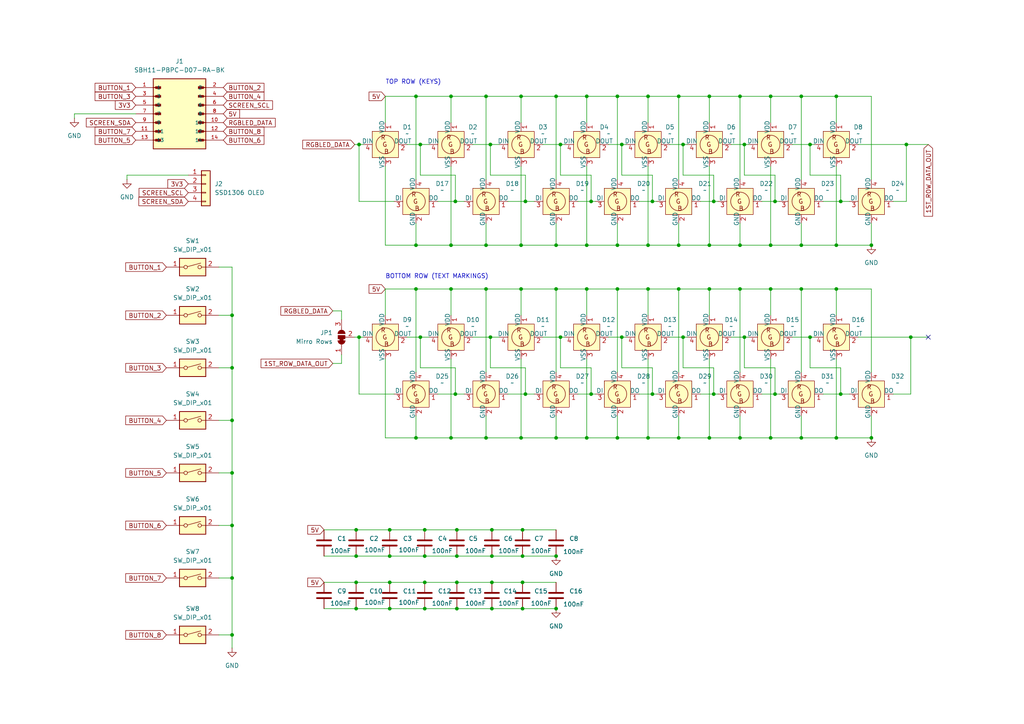
<source format=kicad_sch>
(kicad_sch (version 20250114) (generator "eeschema") (generator_version "9.0")
  (paper "A4")
  (title_block (title "jSmart Keypad for gScartSW v5.2") (date "2025-04-15") (rev "1.0") (company "Jeff Chen"))
  (lib_symbols
    (symbol "Connector_Generic:Conn_01x04" (pin_names (offset 1.016) (hide yes))
      (property "Reference" "J" (at 0 5.08 0))
      (property "Value" "Conn_01x04" (at 0 -7.62 0))
      (symbol "Conn_01x04_1_1"
        (rectangle (start -1.27 3.81) (end 1.27 -6.35) (stroke (width 0.254)) (fill (type background)))
        (rectangle (start -1.27 2.667) (end 0 2.413) (stroke (width 0.1524)))
        (rectangle (start -1.27 0.127) (end 0 -0.127) (stroke (width 0.1524)))
        (rectangle (start -1.27 -2.413) (end 0 -2.667) (stroke (width 0.1524)))
        (rectangle (start -1.27 -4.953) (end 0 -5.207) (stroke (width 0.1524)))
        (pin passive line (at -5.08 2.54 0) (length 3.81) (name "Pin_1") (number "1"))
        (pin passive line (at -5.08 0 0) (length 3.81) (name "Pin_2") (number "2"))
        (pin passive line (at -5.08 -2.54 0) (length 3.81) (name "Pin_3") (number "3"))
        (pin passive line (at -5.08 -5.08 0) (length 3.81) (name "Pin_4") (number "4"))
      )
    )
    (symbol "Device:C" (pin_numbers (hide yes)) (pin_names (offset 0.254))
      (property "Reference" "C" (at 0.635 2.54 0))
      (property "Value" "C" (at 0.635 -2.54 0))
      (symbol "C_0_1"
        (polyline (pts (xy -2.032 0.762) (xy 2.032 0.762)) (stroke (width 0.508)))
        (polyline (pts (xy -2.032 -0.762) (xy 2.032 -0.762)) (stroke (width 0.508)))
      )
      (symbol "C_1_1"
        (pin passive line (at 0 3.81 270) (length 2.794) (name "~") (number "1"))
        (pin passive line (at 0 -3.81 90) (length 2.794) (name "~") (number "2"))
      )
    )
    (symbol "Jumper:SolderJumper_3_Bridged12" (pin_names (offset 0) (hide yes)) (exclude_from_sim yes) (in_bom no)
      (property "Reference" "JP" (at -2.54 -2.54 0))
      (property "Value" "SolderJumper_3_Bridged12" (at 0 2.794 0))
      (symbol "SolderJumper_3_Bridged12_0_1"
        (polyline (pts (xy -2.54 0) (xy -2.032 0)))
        (polyline (pts (xy -1.016 1.016) (xy -1.016 -1.016)))
        (rectangle (start -1.016 0.508) (end -0.508 -0.508) (fill (type outline)))
        (arc (start -1.016 -1.016) (mid -2.0276 0) (end -1.016 1.016))
        (arc (start -1.016 -1.016) (mid -2.0276 0) (end -1.016 1.016) (fill (type outline)))
        (rectangle (start -0.508 1.016) (end 0.508 -1.016) (fill (type outline)))
        (polyline (pts (xy 0 -1.27) (xy 0 -1.016)))
        (arc (start 1.016 1.016) (mid 2.0276 0) (end 1.016 -1.016))
        (arc (start 1.016 1.016) (mid 2.0276 0) (end 1.016 -1.016) (fill (type outline)))
        (polyline (pts (xy 1.016 1.016) (xy 1.016 -1.016)))
        (polyline (pts (xy 2.54 0) (xy 2.032 0)))
      )
      (symbol "SolderJumper_3_Bridged12_1_1"
        (pin passive line (at -5.08 0 0) (length 2.54) (name "A") (number "1"))
        (pin passive line (at 0 -3.81 90) (length 2.54) (name "C") (number "2"))
        (pin passive line (at 5.08 0 180) (length 2.54) (name "B") (number "3"))
      )
    )
    (symbol "Switch:SW_DIP_x01" (pin_names (offset 0) (hide yes))
      (property "Reference" "SW" (at 0 3.81 0))
      (property "Value" "SW_DIP_x01" (at 0 -3.81 0))
      (symbol "SW_DIP_x01_0_0"
        (circle (center -2.032 0) (radius 0.508))
        (polyline (pts (xy -1.524 0.127) (xy 2.3622 1.1684)))
        (circle (center 2.032 0) (radius 0.508))
      )
      (symbol "SW_DIP_x01_0_1"
        (rectangle (start -3.81 2.54) (end 3.81 -2.54) (stroke (width 0.254)) (fill (type background)))
      )
      (symbol "SW_DIP_x01_1_1"
        (pin passive line (at -7.62 0 0) (length 5.08) (name "~") (number "1"))
        (pin passive line (at 7.62 0 180) (length 5.08) (name "~") (number "2"))
      )
    )
    (symbol "jSmartSW:SBH11-PBPC-D07-RA-BK" (pin_names (offset 1.016))
      (property "Reference" "J" (at -7.62 10.922 0))
      (property "Value" "SBH11-PBPC-D07-RA-BK" (at -7.62 -12.7 0))
      (symbol "SBH11-PBPC-D07-RA-BK_0_0"
        (polyline (pts (xy -7.62 7.62) (xy -5.715 7.62)) (stroke (width 0.254)))
        (polyline (pts (xy -7.62 5.08) (xy -5.715 5.08)) (stroke (width 0.254)))
        (polyline (pts (xy -7.62 2.54) (xy -5.715 2.54)) (stroke (width 0.254)))
        (polyline (pts (xy -7.62 0) (xy -5.715 0)) (stroke (width 0.254)))
        (polyline (pts (xy -7.62 -2.54) (xy -5.715 -2.54)) (stroke (width 0.254)))
        (polyline (pts (xy -7.62 -5.08) (xy -5.715 -5.08)) (stroke (width 0.254)))
        (polyline (pts (xy -7.62 -7.62) (xy -5.715 -7.62)) (stroke (width 0.254)))
        (rectangle (start -7.62 -10.16) (end 7.62 10.16) (stroke (width 0.254)) (fill (type background)))
        (rectangle (start -6.985 7.3025) (end -5.3975 7.9375) (stroke (width 0.1)) (fill (type outline)))
        (rectangle (start -6.985 4.7625) (end -5.3975 5.3975) (stroke (width 0.1)) (fill (type outline)))
        (rectangle (start -6.985 2.2225) (end -5.3975 2.8575) (stroke (width 0.1)) (fill (type outline)))
        (rectangle (start -6.985 -0.3175) (end -5.3975 0.3175) (stroke (width 0.1)) (fill (type outline)))
        (rectangle (start -6.985 -2.8575) (end -5.3975 -2.2225) (stroke (width 0.1)) (fill (type outline)))
        (rectangle (start -6.985 -5.3975) (end -5.3975 -4.7625) (stroke (width 0.1)) (fill (type outline)))
        (rectangle (start -6.985 -7.9375) (end -5.3975 -7.3025) (stroke (width 0.1)) (fill (type outline)))
        (rectangle (start 5.3975 7.3025) (end 6.985 7.9375) (stroke (width 0.1)) (fill (type outline)))
        (rectangle (start 5.3975 4.7625) (end 6.985 5.3975) (stroke (width 0.1)) (fill (type outline)))
        (rectangle (start 5.3975 2.2225) (end 6.985 2.8575) (stroke (width 0.1)) (fill (type outline)))
        (rectangle (start 5.3975 -0.3175) (end 6.985 0.3175) (stroke (width 0.1)) (fill (type outline)))
        (rectangle (start 5.3975 -2.8575) (end 6.985 -2.2225) (stroke (width 0.1)) (fill (type outline)))
        (rectangle (start 5.3975 -5.3975) (end 6.985 -4.7625) (stroke (width 0.1)) (fill (type outline)))
        (rectangle (start 5.3975 -7.9375) (end 6.985 -7.3025) (stroke (width 0.1)) (fill (type outline)))
        (polyline (pts (xy 7.62 7.62) (xy 5.715 7.62)) (stroke (width 0.254)))
        (polyline (pts (xy 7.62 5.08) (xy 5.715 5.08)) (stroke (width 0.254)))
        (polyline (pts (xy 7.62 2.54) (xy 5.715 2.54)) (stroke (width 0.254)))
        (polyline (pts (xy 7.62 0) (xy 5.715 0)) (stroke (width 0.254)))
        (polyline (pts (xy 7.62 -2.54) (xy 5.715 -2.54)) (stroke (width 0.254)))
        (polyline (pts (xy 7.62 -5.08) (xy 5.715 -5.08)) (stroke (width 0.254)))
        (polyline (pts (xy 7.62 -7.62) (xy 5.715 -7.62)) (stroke (width 0.254)))
        (pin passive line (at -12.7 7.62 0) (length 5.08) (name "1") (number "1"))
        (pin passive line (at -12.7 5.08 0) (length 5.08) (name "3") (number "3"))
        (pin passive line (at -12.7 2.54 0) (length 5.08) (name "5") (number "5"))
        (pin passive line (at -12.7 0 0) (length 5.08) (name "7") (number "7"))
        (pin passive line (at -12.7 -2.54 0) (length 5.08) (name "9") (number "9"))
        (pin passive line (at -12.7 -5.08 0) (length 5.08) (name "11") (number "11"))
        (pin passive line (at -12.7 -7.62 0) (length 5.08) (name "13") (number "13"))
        (pin passive line (at 12.7 7.62 180) (length 5.08) (name "2") (number "2"))
        (pin passive line (at 12.7 5.08 180) (length 5.08) (name "4") (number "4"))
        (pin passive line (at 12.7 2.54 180) (length 5.08) (name "6") (number "6"))
        (pin passive line (at 12.7 0 180) (length 5.08) (name "8") (number "8"))
        (pin passive line (at 12.7 -2.54 180) (length 5.08) (name "10") (number "10"))
        (pin passive line (at 12.7 -5.08 180) (length 5.08) (name "12") (number "12"))
        (pin passive line (at 12.7 -7.62 180) (length 5.08) (name "14") (number "14"))
      )
    )
    (symbol "jSmartSW:WS2812B_2020_LED" (pin_names (offset 0))
      (property "Reference" "D" (at 0 1.27 0))
      (symbol "WS2812B_2020_LED_0_1"
        (circle (center 6.35 -3.81) (radius 2.6941))
      )
      (symbol "WS2812B_2020_LED_1_0"
        (pin input line (at 0 -3.81 0) (length 2.54) (name "DI") (number "3"))
        (pin power_in line (at 6.35 2.54 270) (length 2.54) (name "VDD") (number "4"))
        (pin power_out line (at 6.35 -10.16 90) (length 2.54) (name "GND") (number "2"))
        (pin output line (at 12.7 -3.81 180) (length 2.54) (name "DO") (number "1"))
      )
      (symbol "WS2812B_2020_LED_1_1"
        (rectangle (start 2.54 0) (end 10.16 -7.62) (fill (type background)))
        (text "R\n G\n  B" (at 5.715 -3.81 0) (effects (font (size 1.27 1.27))))
      )
    )
    (symbol "jSmartSW:WS2812B_LED" (pin_names (offset 0))
      (property "Reference" "D" (at 0 1.27 0))
      (symbol "WS2812B_LED_0_1"
        (circle (center 6.35 -3.81) (radius 2.6941))
      )
      (symbol "WS2812B_LED_1_0"
        (pin input line (at 0 -3.81 0) (length 2.54) (name "DIN") (number "4"))
        (pin power_in line (at 6.35 2.54 270) (length 2.54) (name "VDD") (number "1"))
        (pin power_out line (at 6.35 -10.16 90) (length 2.54) (name "VSS") (number "3"))
        (pin output line (at 12.7 -3.81 180) (length 2.54) (name "DOUT") (number "2"))
      )
      (symbol "WS2812B_LED_1_1"
        (rectangle (start 2.54 0) (end 10.16 -7.62) (fill (type background)))
        (text "R\n G\n  B" (at 5.715 -3.81 0) (effects (font (size 1.27 1.27))))
      )
    )
    (symbol "power:GND" (power) (pin_numbers (hide yes)) (pin_names (offset 0) (hide yes))
      (property "Value" "GND" (at 0 -3.81 0))
      (symbol "GND_0_1"
        (polyline (pts (xy 0 0) (xy 0 -1.27) (xy 1.27 -1.27) (xy 0 -2.54) (xy -1.27 -1.27) (xy 0 -1.27)))
      )
      (symbol "GND_1_1"
        (pin power_in line (at 0 0 270) (length 0) (name "~") (number "1"))
      )
    )
  )
  (text "TOP ROW (KEYS)" (at 119.888 23.876 0) (effects (font (size 1.27 1.27))))
  (text "BOTTOM ROW (TEXT MARKINGS)" (at 126.746 80.264 0) (effects (font (size 1.27 1.27))))
  (junction (at 179.07 71.12))
  (junction (at 132.08 58.42))
  (junction (at 123.19 168.91))
  (junction (at 152.4 58.42))
  (junction (at 130.81 83.82))
  (junction (at 242.57 71.12))
  (junction (at 130.81 71.12))
  (junction (at 179.07 27.94))
  (junction (at 132.5071 161.29))
  (junction (at 171.45 114.3))
  (junction (at 243.84 114.3))
  (junction (at 132.08 114.3))
  (junction (at 252.73 71.12))
  (junction (at 161.29 127))
  (junction (at 207.01 58.42))
  (junction (at 142.6671 176.53))
  (junction (at 151.13 27.94))
  (junction (at 120.65 127))
  (junction (at 196.85 27.94))
  (junction (at 187.96 83.82))
  (junction (at 262.89 41.91))
  (junction (at 120.65 27.94))
  (junction (at 234.95 41.91))
  (junction (at 224.79 114.3))
  (junction (at 223.52 27.94))
  (junction (at 123.19 153.67))
  (junction (at 170.18 27.94))
  (junction (at 142.6671 168.91))
  (junction (at 207.01 114.3))
  (junction (at 120.65 83.82))
  (junction (at 104.14 97.79))
  (junction (at 140.97 71.12))
  (junction (at 224.79 58.42))
  (junction (at 205.74 71.12))
  (junction (at 242.57 83.82))
  (junction (at 180.34 41.91))
  (junction (at 223.52 127))
  (junction (at 113.03 161.29))
  (junction (at 140.97 83.82))
  (junction (at 243.84 58.42))
  (junction (at 242.57 127))
  (junction (at 151.5571 161.29))
  (junction (at 132.5071 153.67))
  (junction (at 67.31 167.64))
  (junction (at 189.23 58.42))
  (junction (at 103.2971 161.29))
  (junction (at 113.03 153.67))
  (junction (at 196.85 71.12))
  (junction (at 242.57 27.94))
  (junction (at 180.34 97.79))
  (junction (at 187.96 27.94))
  (junction (at 151.13 71.12))
  (junction (at 130.81 127))
  (junction (at 162.56 97.79))
  (junction (at 171.45 58.42))
  (junction (at 252.73 127))
  (junction (at 67.31 137.16))
  (junction (at 223.52 83.82))
  (junction (at 142.6671 161.29))
  (junction (at 215.9 41.91))
  (junction (at 232.41 83.82))
  (junction (at 104.14 41.91))
  (junction (at 151.5571 153.67))
  (junction (at 198.12 41.91))
  (junction (at 187.96 71.12))
  (junction (at 264.16 97.79))
  (junction (at 151.5571 168.91))
  (junction (at 198.12 97.79))
  (junction (at 140.97 27.94))
  (junction (at 179.07 127))
  (junction (at 121.92 97.79))
  (junction (at 152.4 114.3))
  (junction (at 214.63 71.12))
  (junction (at 205.74 127))
  (junction (at 67.31 121.92))
  (junction (at 214.63 127))
  (junction (at 215.9 97.79))
  (junction (at 151.5571 176.53))
  (junction (at 214.63 27.94))
  (junction (at 121.92 41.91))
  (junction (at 142.6671 153.67))
  (junction (at 123.19 161.29))
  (junction (at 161.29 83.82))
  (junction (at 205.74 83.82))
  (junction (at 170.18 71.12))
  (junction (at 161.29 27.94))
  (junction (at 123.19 176.53))
  (junction (at 205.74 27.94))
  (junction (at 103.2971 168.91))
  (junction (at 196.85 83.82))
  (junction (at 103.2971 176.53))
  (junction (at 170.18 83.82))
  (junction (at 189.23 114.3))
  (junction (at 67.31 152.4))
  (junction (at 232.41 27.94))
  (junction (at 67.31 184.15))
  (junction (at 142.24 41.91))
  (junction (at 140.97 127))
  (junction (at 214.63 83.82))
  (junction (at 113.03 168.91))
  (junction (at 132.5071 168.91))
  (junction (at 103.2971 153.67))
  (junction (at 151.13 83.82))
  (junction (at 179.07 83.82))
  (junction (at 132.5071 176.53))
  (junction (at 232.41 71.12))
  (junction (at 161.29 71.12))
  (junction (at 196.85 127))
  (junction (at 170.18 127))
  (junction (at 161.29 161.29))
  (junction (at 232.41 127))
  (junction (at 151.13 127))
  (junction (at 67.31 91.44))
  (junction (at 223.52 71.12))
  (junction (at 67.31 106.68))
  (junction (at 130.81 27.94))
  (junction (at 120.65 71.12))
  (junction (at 187.96 127))
  (junction (at 162.56 41.91))
  (junction (at 161.29 176.53))
  (junction (at 234.95 97.79))
  (junction (at 142.24 97.79))
  (junction (at 113.03 176.53))
  (no_connect (at 269.24 97.79))
  (wire (pts (xy 264.16 97.79) (xy 264.16 114.3)))
  (wire (pts (xy 102.87 97.79) (xy 104.14 97.79)))
  (wire (pts (xy 171.45 106.68) (xy 171.45 114.3)))
  (wire (pts (xy 223.52 104.14) (xy 223.52 127)))
  (wire (pts (xy 127 58.42) (xy 132.08 58.42)))
  (wire (pts (xy 171.45 58.42) (xy 172.72 58.42)))
  (wire (pts (xy 252.73 120.65) (xy 252.73 127)))
  (wire (pts (xy 111.76 27.94) (xy 120.65 27.94)))
  (wire (pts (xy 157.48 97.79) (xy 162.56 97.79)))
  (wire (pts (xy 104.14 114.3) (xy 114.3 114.3)))
  (wire (pts (xy 167.64 58.42) (xy 171.45 58.42)))
  (wire (pts (xy 120.65 64.77) (xy 120.65 71.12)))
  (wire (pts (xy 142.24 41.91) (xy 142.24 50.8)))
  (wire (pts (xy 243.84 106.68) (xy 243.84 114.3)))
  (wire (pts (xy 232.41 27.94) (xy 232.41 52.07)))
  (wire (pts (xy 212.09 97.79) (xy 215.9 97.79)))
  (wire (pts (xy 111.76 48.26) (xy 111.76 71.12)))
  (wire (pts (xy 187.96 104.14) (xy 187.96 127)))
  (wire (pts (xy 151.13 83.82) (xy 151.13 91.44)))
  (wire (pts (xy 214.63 83.82) (xy 223.52 83.82)))
  (wire (pts (xy 140.97 120.65) (xy 140.97 127)))
  (wire (pts (xy 170.18 83.82) (xy 170.18 91.44)))
  (wire (pts (xy 121.92 97.79) (xy 124.46 97.79)))
  (wire (pts (xy 103.2971 176.53) (xy 113.03 176.53)))
  (wire (pts (xy 103.2971 168.91) (xy 113.03 168.91)))
  (wire (pts (xy 54.61 50.8) (xy 36.83 50.8)))
  (wire (pts (xy 120.65 83.82) (xy 120.65 107.95)))
  (wire (pts (xy 189.23 58.42) (xy 190.5 58.42)))
  (wire (pts (xy 242.57 71.12) (xy 242.57 48.26)))
  (wire (pts (xy 120.65 27.94) (xy 120.65 52.07)))
  (wire (pts (xy 63.5 137.16) (xy 67.31 137.16)))
  (wire (pts (xy 151.5571 168.91) (xy 161.29 168.91)))
  (wire (pts (xy 170.18 48.26) (xy 170.18 71.12)))
  (wire (pts (xy 118.11 97.79) (xy 121.92 97.79)))
  (wire (pts (xy 142.24 41.91) (xy 144.78 41.91)))
  (wire (pts (xy 161.29 120.65) (xy 161.29 127)))
  (wire (pts (xy 142.6671 176.53) (xy 151.5571 176.53)))
  (wire (pts (xy 111.76 127) (xy 120.65 127)))
  (wire (pts (xy 179.07 71.12) (xy 187.96 71.12)))
  (wire (pts (xy 187.96 127) (xy 196.85 127)))
  (wire (pts (xy 198.12 41.91) (xy 199.39 41.91)))
  (wire (pts (xy 232.41 83.82) (xy 242.57 83.82)))
  (wire (pts (xy 152.4 114.3) (xy 154.94 114.3)))
  (wire (pts (xy 130.81 104.14) (xy 130.81 127)))
  (wire (pts (xy 118.11 41.91) (xy 121.92 41.91)))
  (wire (pts (xy 21.59 34.29) (xy 21.59 33.02)))
  (wire (pts (xy 120.65 120.65) (xy 120.65 127)))
  (wire (pts (xy 121.92 97.79) (xy 121.92 106.68)))
  (wire (pts (xy 63.5 152.4) (xy 67.31 152.4)))
  (wire (pts (xy 262.89 41.91) (xy 248.92 41.91)))
  (wire (pts (xy 121.92 41.91) (xy 121.92 50.8)))
  (wire (pts (xy 96.52 90.17) (xy 99.06 90.17)))
  (wire (pts (xy 252.73 107.95) (xy 252.73 83.82)))
  (wire (pts (xy 142.24 50.8) (xy 152.4 50.8)))
  (wire (pts (xy 220.98 114.3) (xy 224.79 114.3)))
  (wire (pts (xy 196.85 83.82) (xy 196.85 107.95)))
  (wire (pts (xy 161.29 83.82) (xy 161.29 107.95)))
  (wire (pts (xy 215.9 106.68) (xy 224.79 106.68)))
  (wire (pts (xy 224.79 50.8) (xy 224.79 58.42)))
  (wire (pts (xy 93.98 161.29) (xy 103.2971 161.29)))
  (wire (pts (xy 104.14 41.91) (xy 105.41 41.91)))
  (wire (pts (xy 113.03 168.91) (xy 123.19 168.91)))
  (wire (pts (xy 96.52 105.41) (xy 99.06 105.41)))
  (wire (pts (xy 93.98 153.67) (xy 103.2971 153.67)))
  (wire (pts (xy 132.5071 176.53) (xy 142.6671 176.53)))
  (wire (pts (xy 180.34 41.91) (xy 181.61 41.91)))
  (wire (pts (xy 215.9 97.79) (xy 217.17 97.79)))
  (wire (pts (xy 179.07 83.82) (xy 187.96 83.82)))
  (wire (pts (xy 120.65 127) (xy 130.81 127)))
  (wire (pts (xy 232.41 64.77) (xy 232.41 71.12)))
  (wire (pts (xy 223.52 83.82) (xy 223.52 91.44)))
  (wire (pts (xy 127 114.3) (xy 132.08 114.3)))
  (wire (pts (xy 215.9 97.79) (xy 215.9 106.68)))
  (wire (pts (xy 229.87 97.79) (xy 234.95 97.79)))
  (wire (pts (xy 140.97 27.94) (xy 140.97 52.07)))
  (wire (pts (xy 151.5571 176.53) (xy 161.29 176.53)))
  (wire (pts (xy 223.52 27.94) (xy 232.41 27.94)))
  (wire (pts (xy 63.5 91.44) (xy 67.31 91.44)))
  (wire (pts (xy 215.9 50.8) (xy 224.79 50.8)))
  (wire (pts (xy 161.29 83.82) (xy 170.18 83.82)))
  (wire (pts (xy 67.31 77.47) (xy 67.31 91.44)))
  (wire (pts (xy 103.2971 153.67) (xy 113.03 153.67)))
  (wire (pts (xy 252.73 27.94) (xy 242.57 27.94)))
  (wire (pts (xy 140.97 127) (xy 151.13 127)))
  (wire (pts (xy 180.34 97.79) (xy 180.34 106.68)))
  (wire (pts (xy 185.42 58.42) (xy 189.23 58.42)))
  (wire (pts (xy 243.84 58.42) (xy 246.38 58.42)))
  (wire (pts (xy 207.01 114.3) (xy 208.28 114.3)))
  (wire (pts (xy 187.96 27.94) (xy 196.85 27.94)))
  (wire (pts (xy 242.57 83.82) (xy 242.57 91.44)))
  (wire (pts (xy 36.83 50.8) (xy 36.83 52.07)))
  (wire (pts (xy 142.24 97.79) (xy 142.24 106.68)))
  (wire (pts (xy 152.4 50.8) (xy 152.4 58.42)))
  (wire (pts (xy 264.16 97.79) (xy 269.24 97.79)))
  (wire (pts (xy 104.14 58.42) (xy 114.3 58.42)))
  (wire (pts (xy 151.13 27.94) (xy 161.29 27.94)))
  (wire (pts (xy 224.79 58.42) (xy 226.06 58.42)))
  (wire (pts (xy 205.74 27.94) (xy 205.74 35.56)))
  (wire (pts (xy 215.9 41.91) (xy 217.17 41.91)))
  (wire (pts (xy 63.5 106.68) (xy 67.31 106.68)))
  (wire (pts (xy 224.79 114.3) (xy 226.06 114.3)))
  (wire (pts (xy 229.87 41.91) (xy 234.95 41.91)))
  (wire (pts (xy 205.74 104.14) (xy 205.74 127)))
  (wire (pts (xy 170.18 27.94) (xy 170.18 35.56)))
  (wire (pts (xy 162.56 50.8) (xy 171.45 50.8)))
  (wire (pts (xy 67.31 121.92) (xy 67.31 137.16)))
  (wire (pts (xy 123.19 161.29) (xy 132.5071 161.29)))
  (wire (pts (xy 234.95 50.8) (xy 243.84 50.8)))
  (wire (pts (xy 93.98 176.53) (xy 103.2971 176.53)))
  (wire (pts (xy 176.53 97.79) (xy 180.34 97.79)))
  (wire (pts (xy 113.03 153.67) (xy 123.19 153.67)))
  (wire (pts (xy 152.4 58.42) (xy 154.94 58.42)))
  (wire (pts (xy 170.18 27.94) (xy 179.07 27.94)))
  (wire (pts (xy 269.24 41.91) (xy 262.89 41.91)))
  (wire (pts (xy 205.74 83.82) (xy 205.74 91.44)))
  (wire (pts (xy 132.5071 168.91) (xy 142.6671 168.91)))
  (wire (pts (xy 252.73 52.07) (xy 252.73 27.94)))
  (wire (pts (xy 180.34 97.79) (xy 181.61 97.79)))
  (wire (pts (xy 151.13 127) (xy 161.29 127)))
  (wire (pts (xy 179.07 83.82) (xy 179.07 107.95)))
  (wire (pts (xy 162.56 97.79) (xy 162.56 106.68)))
  (wire (pts (xy 234.95 41.91) (xy 234.95 50.8)))
  (wire (pts (xy 142.6671 168.91) (xy 151.5571 168.91)))
  (wire (pts (xy 147.32 114.3) (xy 152.4 114.3)))
  (wire (pts (xy 102.87 41.91) (xy 104.14 41.91)))
  (wire (pts (xy 121.92 41.91) (xy 124.46 41.91)))
  (wire (pts (xy 111.76 104.14) (xy 111.76 127)))
  (wire (pts (xy 137.16 41.91) (xy 142.24 41.91)))
  (wire (pts (xy 130.81 127) (xy 140.97 127)))
  (wire (pts (xy 123.19 168.91) (xy 132.5071 168.91)))
  (wire (pts (xy 198.12 97.79) (xy 199.39 97.79)))
  (wire (pts (xy 198.12 97.79) (xy 198.12 106.68)))
  (wire (pts (xy 113.03 176.53) (xy 123.19 176.53)))
  (wire (pts (xy 161.29 64.77) (xy 161.29 71.12)))
  (wire (pts (xy 151.13 71.12) (xy 161.29 71.12)))
  (wire (pts (xy 142.24 106.68) (xy 152.4 106.68)))
  (wire (pts (xy 179.07 127) (xy 187.96 127)))
  (wire (pts (xy 214.63 127) (xy 223.52 127)))
  (wire (pts (xy 132.08 106.68) (xy 132.08 114.3)))
  (wire (pts (xy 189.23 106.68) (xy 189.23 114.3)))
  (wire (pts (xy 161.29 127) (xy 170.18 127)))
  (wire (pts (xy 151.5571 153.67) (xy 161.29 153.67)))
  (wire (pts (xy 205.74 83.82) (xy 214.63 83.82)))
  (wire (pts (xy 161.29 71.12) (xy 170.18 71.12)))
  (wire (pts (xy 232.41 83.82) (xy 232.41 107.95)))
  (wire (pts (xy 232.41 120.65) (xy 232.41 127)))
  (wire (pts (xy 262.89 58.42) (xy 262.89 41.91)))
  (wire (pts (xy 162.56 41.91) (xy 162.56 50.8)))
  (wire (pts (xy 130.81 27.94) (xy 140.97 27.94)))
  (wire (pts (xy 234.95 97.79) (xy 236.22 97.79)))
  (wire (pts (xy 224.79 106.68) (xy 224.79 114.3)))
  (wire (pts (xy 215.9 41.91) (xy 215.9 50.8)))
  (wire (pts (xy 170.18 71.12) (xy 179.07 71.12)))
  (wire (pts (xy 196.85 120.65) (xy 196.85 127)))
  (wire (pts (xy 67.31 167.64) (xy 67.31 184.15)))
  (wire (pts (xy 111.76 71.12) (xy 120.65 71.12)))
  (wire (pts (xy 130.81 83.82) (xy 140.97 83.82)))
  (wire (pts (xy 223.52 27.94) (xy 223.52 35.56)))
  (wire (pts (xy 132.5071 161.29) (xy 142.6671 161.29)))
  (wire (pts (xy 111.76 83.82) (xy 120.65 83.82)))
  (wire (pts (xy 147.32 58.42) (xy 152.4 58.42)))
  (wire (pts (xy 203.2 58.42) (xy 207.01 58.42)))
  (wire (pts (xy 104.14 97.79) (xy 104.14 114.3)))
  (wire (pts (xy 252.73 71.12) (xy 242.57 71.12)))
  (wire (pts (xy 130.81 71.12) (xy 140.97 71.12)))
  (wire (pts (xy 130.81 27.94) (xy 130.81 35.56)))
  (wire (pts (xy 196.85 64.77) (xy 196.85 71.12)))
  (wire (pts (xy 142.6671 161.29) (xy 151.5571 161.29)))
  (wire (pts (xy 187.96 83.82) (xy 187.96 91.44)))
  (wire (pts (xy 123.19 153.67) (xy 132.5071 153.67)))
  (wire (pts (xy 63.5 121.92) (xy 67.31 121.92)))
  (wire (pts (xy 171.45 114.3) (xy 172.72 114.3)))
  (wire (pts (xy 187.96 71.12) (xy 196.85 71.12)))
  (wire (pts (xy 140.97 64.77) (xy 140.97 71.12)))
  (wire (pts (xy 214.63 27.94) (xy 223.52 27.94)))
  (wire (pts (xy 220.98 58.42) (xy 224.79 58.42)))
  (wire (pts (xy 189.23 114.3) (xy 190.5 114.3)))
  (wire (pts (xy 207.01 58.42) (xy 208.28 58.42)))
  (wire (pts (xy 214.63 71.12) (xy 223.52 71.12)))
  (wire (pts (xy 214.63 120.65) (xy 214.63 127)))
  (wire (pts (xy 132.08 58.42) (xy 134.62 58.42)))
  (wire (pts (xy 198.12 41.91) (xy 198.12 50.8)))
  (wire (pts (xy 63.5 77.47) (xy 67.31 77.47)))
  (wire (pts (xy 132.08 114.3) (xy 134.62 114.3)))
  (wire (pts (xy 243.84 114.3) (xy 246.38 114.3)))
  (wire (pts (xy 203.2 114.3) (xy 207.01 114.3)))
  (wire (pts (xy 161.29 27.94) (xy 161.29 52.07)))
  (wire (pts (xy 167.64 114.3) (xy 171.45 114.3)))
  (wire (pts (xy 232.41 127) (xy 242.57 127)))
  (wire (pts (xy 242.57 27.94) (xy 242.57 35.56)))
  (wire (pts (xy 142.6671 153.67) (xy 151.5571 153.67)))
  (wire (pts (xy 179.07 120.65) (xy 179.07 127)))
  (wire (pts (xy 142.24 97.79) (xy 144.78 97.79)))
  (wire (pts (xy 130.81 83.82) (xy 130.81 91.44)))
  (wire (pts (xy 242.57 104.14) (xy 242.57 127)))
  (wire (pts (xy 179.07 27.94) (xy 179.07 52.07)))
  (wire (pts (xy 63.5 184.15) (xy 67.31 184.15)))
  (wire (pts (xy 99.06 105.41) (xy 99.06 102.87)))
  (wire (pts (xy 67.31 137.16) (xy 67.31 152.4)))
  (wire (pts (xy 243.84 50.8) (xy 243.84 58.42)))
  (wire (pts (xy 151.5571 161.29) (xy 161.29 161.29)))
  (wire (pts (xy 151.13 104.14) (xy 151.13 127)))
  (wire (pts (xy 207.01 106.68) (xy 207.01 114.3)))
  (wire (pts (xy 157.48 41.91) (xy 162.56 41.91)))
  (wire (pts (xy 252.73 83.82) (xy 242.57 83.82)))
  (wire (pts (xy 205.74 71.12) (xy 214.63 71.12)))
  (wire (pts (xy 189.23 50.8) (xy 189.23 58.42)))
  (wire (pts (xy 207.01 50.8) (xy 207.01 58.42)))
  (wire (pts (xy 170.18 104.14) (xy 170.18 127)))
  (wire (pts (xy 179.07 27.94) (xy 187.96 27.94)))
  (wire (pts (xy 170.18 127) (xy 179.07 127)))
  (wire (pts (xy 187.96 48.26) (xy 187.96 71.12)))
  (wire (pts (xy 232.41 71.12) (xy 242.57 71.12)))
  (wire (pts (xy 170.18 83.82) (xy 179.07 83.82)))
  (wire (pts (xy 162.56 41.91) (xy 163.83 41.91)))
  (wire (pts (xy 223.52 71.12) (xy 232.41 71.12)))
  (wire (pts (xy 67.31 91.44) (xy 67.31 106.68)))
  (wire (pts (xy 196.85 27.94) (xy 196.85 52.07)))
  (wire (pts (xy 93.98 168.91) (xy 103.2971 168.91)))
  (wire (pts (xy 234.95 41.91) (xy 236.22 41.91)))
  (wire (pts (xy 151.13 27.94) (xy 151.13 35.56)))
  (wire (pts (xy 234.95 97.79) (xy 234.95 106.68)))
  (wire (pts (xy 205.74 48.26) (xy 205.74 71.12)))
  (wire (pts (xy 248.92 97.79) (xy 264.16 97.79)))
  (wire (pts (xy 151.13 48.26) (xy 151.13 71.12)))
  (wire (pts (xy 223.52 127) (xy 232.41 127)))
  (wire (pts (xy 223.52 48.26) (xy 223.52 71.12)))
  (wire (pts (xy 132.5071 153.67) (xy 142.6671 153.67)))
  (wire (pts (xy 238.76 58.42) (xy 243.84 58.42)))
  (wire (pts (xy 180.34 106.68) (xy 189.23 106.68)))
  (wire (pts (xy 187.96 27.94) (xy 187.96 35.56)))
  (wire (pts (xy 67.31 152.4) (xy 67.31 167.64)))
  (wire (pts (xy 252.73 127) (xy 242.57 127)))
  (wire (pts (xy 151.13 83.82) (xy 161.29 83.82)))
  (wire (pts (xy 123.19 176.53) (xy 132.5071 176.53)))
  (wire (pts (xy 140.97 71.12) (xy 151.13 71.12)))
  (wire (pts (xy 111.76 35.56) (xy 111.76 27.94)))
  (wire (pts (xy 161.29 27.94) (xy 170.18 27.94)))
  (wire (pts (xy 104.14 41.91) (xy 104.14 58.42)))
  (wire (pts (xy 140.97 83.82) (xy 151.13 83.82)))
  (wire (pts (xy 259.08 58.42) (xy 262.89 58.42)))
  (wire (pts (xy 198.12 50.8) (xy 207.01 50.8)))
  (wire (pts (xy 187.96 83.82) (xy 196.85 83.82)))
  (wire (pts (xy 140.97 27.94) (xy 151.13 27.94)))
  (wire (pts (xy 214.63 64.77) (xy 214.63 71.12)))
  (wire (pts (xy 238.76 114.3) (xy 243.84 114.3)))
  (wire (pts (xy 205.74 127) (xy 214.63 127)))
  (wire (pts (xy 232.41 27.94) (xy 242.57 27.94)))
  (wire (pts (xy 152.4 106.68) (xy 152.4 114.3)))
  (wire (pts (xy 120.65 27.94) (xy 130.81 27.94)))
  (wire (pts (xy 132.08 50.8) (xy 132.08 58.42)))
  (wire (pts (xy 205.74 27.94) (xy 214.63 27.94)))
  (wire (pts (xy 179.07 64.77) (xy 179.07 71.12)))
  (wire (pts (xy 180.34 50.8) (xy 189.23 50.8)))
  (wire (pts (xy 162.56 106.68) (xy 171.45 106.68)))
  (wire (pts (xy 162.56 97.79) (xy 163.83 97.79)))
  (wire (pts (xy 67.31 106.68) (xy 67.31 121.92)))
  (wire (pts (xy 194.31 97.79) (xy 198.12 97.79)))
  (wire (pts (xy 214.63 27.94) (xy 214.63 52.07)))
  (wire (pts (xy 140.97 83.82) (xy 140.97 107.95)))
  (wire (pts (xy 120.65 71.12) (xy 130.81 71.12)))
  (wire (pts (xy 99.06 90.17) (xy 99.06 92.71)))
  (wire (pts (xy 120.65 83.82) (xy 130.81 83.82)))
  (wire (pts (xy 212.09 41.91) (xy 215.9 41.91)))
  (wire (pts (xy 63.5 167.64) (xy 67.31 167.64)))
  (wire (pts (xy 194.31 41.91) (xy 198.12 41.91)))
  (wire (pts (xy 121.92 50.8) (xy 132.08 50.8)))
  (wire (pts (xy 196.85 83.82) (xy 205.74 83.82)))
  (wire (pts (xy 121.92 106.68) (xy 132.08 106.68)))
  (wire (pts (xy 104.14 97.79) (xy 105.41 97.79)))
  (wire (pts (xy 180.34 41.91) (xy 180.34 50.8)))
  (wire (pts (xy 130.81 48.26) (xy 130.81 71.12)))
  (wire (pts (xy 176.53 41.91) (xy 180.34 41.91)))
  (wire (pts (xy 171.45 50.8) (xy 171.45 58.42)))
  (wire (pts (xy 234.95 106.68) (xy 243.84 106.68)))
  (wire (pts (xy 21.59 33.02) (xy 39.37 33.02)))
  (wire (pts (xy 214.63 83.82) (xy 214.63 107.95)))
  (wire (pts (xy 196.85 127) (xy 205.74 127)))
  (wire (pts (xy 264.16 114.3) (xy 259.08 114.3)))
  (wire (pts (xy 67.31 184.15) (xy 67.31 187.96)))
  (wire (pts (xy 223.52 83.82) (xy 232.41 83.82)))
  (wire (pts (xy 137.16 97.79) (xy 142.24 97.79)))
  (wire (pts (xy 252.73 64.77) (xy 252.73 71.12)))
  (wire (pts (xy 198.12 106.68) (xy 207.01 106.68)))
  (wire (pts (xy 196.85 71.12) (xy 205.74 71.12)))
  (wire (pts (xy 111.76 91.44) (xy 111.76 83.82)))
  (wire (pts (xy 103.2971 161.29) (xy 113.03 161.29)))
  (wire (pts (xy 113.03 161.29) (xy 123.19 161.29)))
  (wire (pts (xy 185.42 114.3) (xy 189.23 114.3)))
  (wire (pts (xy 196.85 27.94) (xy 205.74 27.94)))
  (global_label "5V" (shape input) (at 111.76 83.82 180) (property "Intersheetrefs" "${INTERSHEET_REFS}" (effects (hide yes))))
  (global_label "5V" (shape input) (at 111.76 27.94 180) (property "Intersheetrefs" "${INTERSHEET_REFS}" (effects (hide yes))))
  (global_label "BUTTON_6" (shape input) (at 64.77 40.64 0) (property "Intersheetrefs" "${INTERSHEET_REFS}" (effects (hide yes))))
  (global_label "BUTTON_8" (shape input) (at 48.26 184.15 180) (property "Intersheetrefs" "${INTERSHEET_REFS}" (effects (hide yes))))
  (global_label "RGBLED_DATA" (shape input) (at 96.52 90.17 180) (property "Intersheetrefs" "${INTERSHEET_REFS}" (effects (hide yes))))
  (global_label "BUTTON_5" (shape input) (at 39.37 40.64 180) (property "Intersheetrefs" "${INTERSHEET_REFS}" (effects (hide yes))))
  (global_label "BUTTON_1" (shape input) (at 39.37 25.4 180) (property "Intersheetrefs" "${INTERSHEET_REFS}" (effects (hide yes))))
  (global_label "5V" (shape input) (at 64.77 33.02 0) (property "Intersheetrefs" "${INTERSHEET_REFS}" (effects (hide yes))))
  (global_label "5V" (shape input) (at 93.98 153.67 180) (property "Intersheetrefs" "${INTERSHEET_REFS}" (effects (hide yes))))
  (global_label "BUTTON_4" (shape input) (at 48.26 121.92 180) (property "Intersheetrefs" "${INTERSHEET_REFS}" (effects (hide yes))))
  (global_label "BUTTON_8" (shape input) (at 64.77 38.1 0) (property "Intersheetrefs" "${INTERSHEET_REFS}" (effects (hide yes))))
  (global_label "BUTTON_5" (shape input) (at 48.26 137.16 180) (property "Intersheetrefs" "${INTERSHEET_REFS}" (effects (hide yes))))
  (global_label "RGBLED_DATA" (shape input) (at 64.77 35.56 0) (property "Intersheetrefs" "${INTERSHEET_REFS}" (effects (hide yes))))
  (global_label "BUTTON_3" (shape input) (at 39.37 27.94 180) (property "Intersheetrefs" "${INTERSHEET_REFS}" (effects (hide yes))))
  (global_label "SCREEN_SDA" (shape input) (at 39.37 35.56 180) (property "Intersheetrefs" "${INTERSHEET_REFS}" (effects (hide yes))))
  (global_label "BUTTON_7" (shape input) (at 39.37 38.1 180) (property "Intersheetrefs" "${INTERSHEET_REFS}" (effects (hide yes))))
  (global_label "1ST_ROW_DATA_OUT" (shape input) (at 269.24 41.91 270) (property "Intersheetrefs" "${INTERSHEET_REFS}" (effects (hide yes))))
  (global_label "BUTTON_7" (shape input) (at 48.26 167.64 180) (property "Intersheetrefs" "${INTERSHEET_REFS}" (effects (hide yes))))
  (global_label "BUTTON_3" (shape input) (at 48.26 106.68 180) (property "Intersheetrefs" "${INTERSHEET_REFS}" (effects (hide yes))))
  (global_label "SCREEN_SCL" (shape input) (at 64.77 30.48 0) (property "Intersheetrefs" "${INTERSHEET_REFS}" (effects (hide yes))))
  (global_label "BUTTON_1" (shape input) (at 48.26 77.47 180) (property "Intersheetrefs" "${INTERSHEET_REFS}" (effects (hide yes))))
  (global_label "BUTTON_6" (shape input) (at 48.26 152.4 180) (property "Intersheetrefs" "${INTERSHEET_REFS}" (effects (hide yes))))
  (global_label "SCREEN_SDA" (shape input) (at 54.61 58.42 180) (property "Intersheetrefs" "${INTERSHEET_REFS}" (effects (hide yes))))
  (global_label "RGBLED_DATA" (shape input) (at 102.87 41.91 180) (property "Intersheetrefs" "${INTERSHEET_REFS}" (effects (hide yes))))
  (global_label "BUTTON_2" (shape input) (at 48.26 91.44 180) (property "Intersheetrefs" "${INTERSHEET_REFS}" (effects (hide yes))))
  (global_label "3V3" (shape input) (at 54.61 53.34 180) (property "Intersheetrefs" "${INTERSHEET_REFS}" (effects (hide yes))))
  (global_label "5V" (shape input) (at 93.98 168.91 180) (property "Intersheetrefs" "${INTERSHEET_REFS}" (effects (hide yes))))
  (global_label "SCREEN_SCL" (shape input) (at 54.61 55.88 180) (property "Intersheetrefs" "${INTERSHEET_REFS}" (effects (hide yes))))
  (global_label "3V3" (shape input) (at 39.37 30.48 180) (property "Intersheetrefs" "${INTERSHEET_REFS}" (effects (hide yes))))
  (global_label "1ST_ROW_DATA_OUT" (shape input) (at 96.52 105.41 180) (property "Intersheetrefs" "${INTERSHEET_REFS}" (effects (hide yes))))
  (global_label "BUTTON_4" (shape input) (at 64.77 27.94 0) (property "Intersheetrefs" "${INTERSHEET_REFS}" (effects (hide yes))))
  (global_label "BUTTON_2" (shape input) (at 64.77 25.4 0) (property "Intersheetrefs" "${INTERSHEET_REFS}" (effects (hide yes))))
  (symbol (lib_id "jSmartSW:WS2812B_LED") (at 144.78 93.98 0) (unit 1)
    (property "Reference" "D11" (at 157.48 92.7414 0))
    (property "Value" "~" (at 157.48 94.6465 0))
    (property "Footprint" "jSmartSW:WS2812B LED" (effects (hide yes)))
  )
  (symbol (lib_id "jSmartSW:WS2812B_LED") (at 236.22 38.1 0) (unit 1)
    (property "Reference" "D8" (at 248.92 36.8614 0))
    (property "Value" "~" (at 248.92 38.7665 0))
    (property "Footprint" "jSmartSW:WS2812B LED" (effects (hide yes)))
  )
  (symbol (lib_id "jSmartSW:WS2812B_LED") (at 181.61 93.98 0) (unit 1)
    (property "Reference" "D13" (at 194.31 92.7414 0))
    (property "Value" "~" (at 194.31 94.6465 0))
    (property "Footprint" "jSmartSW:WS2812B LED" (effects (hide yes)))
  )
  (symbol (lib_id "jSmartSW:WS2812B_2020_LED") (at 114.3 110.49 0) (unit 1)
    (property "Reference" "D25" (at 128.27 109.1498 0))
    (property "Value" "~" (at 128.27 111.0549 0))
    (property "Footprint" "jSmartSW:WS2812b_2020" (effects (hide yes)))
  )
  (symbol (lib_id "jSmartSW:WS2812B_2020_LED") (at 226.06 110.49 0) (unit 1)
    (property "Reference" "D31" (at 240.03 109.1498 0))
    (property "Value" "~" (at 240.03 111.0549 0))
    (property "Footprint" "jSmartSW:WS2812b_2020" (effects (hide yes)))
  )
  (symbol (lib_id "jSmartSW:WS2812B_LED") (at 124.46 38.1 0) (unit 1)
    (property "Reference" "D2" (at 137.16 36.8614 0))
    (property "Value" "~" (at 137.16 38.7665 0))
    (property "Footprint" "jSmartSW:WS2812B LED" (effects (hide yes)))
  )
  (symbol (lib_id "Switch:SW_DIP_x01") (at 55.88 184.15 0) (unit 1)
    (property "Reference" "SW8" (at 55.88 176.53 0))
    (property "Value" "SW_DIP_x01" (at 55.88 179.07 0))
    (property "Footprint" "jSmartSW:SW_Cherry_MX_1.00u_Plate" (effects (hide yes)))
    (property "Description" "1x DIP Switch, Single Pole Single Throw (SPST) switch, small symbol" (effects (hide yes)))
  )
  (symbol (lib_id "Device:C") (at 113.03 157.48 0) (unit 1)
    (property "Reference" "C3" (at 116.84 156.2099 0) (effects (justify left)))
    (property "Value" "100nF" (at 115.57 159.512 0) (effects (justify left)))
    (property "Footprint" "Resistor_SMD:R_0603_1608Metric_Pad0.98x0.95mm_HandSolder" (effects (hide yes)))
    (property "Description" "Unpolarized capacitor" (effects (hide yes)))
  )
  (symbol (lib_id "Switch:SW_DIP_x01") (at 55.88 167.64 0) (unit 1)
    (property "Reference" "SW7" (at 55.88 160.02 0))
    (property "Value" "SW_DIP_x01" (at 55.88 162.56 0))
    (property "Footprint" "jSmartSW:SW_Cherry_MX_1.00u_Plate" (effects (hide yes)))
    (property "Description" "1x DIP Switch, Single Pole Single Throw (SPST) switch, small symbol" (effects (hide yes)))
  )
  (symbol (lib_id "Switch:SW_DIP_x01") (at 55.88 91.44 0) (unit 1)
    (property "Reference" "SW2" (at 55.88 83.82 0))
    (property "Value" "SW_DIP_x01" (at 55.88 86.36 0))
    (property "Footprint" "jSmartSW:SW_Cherry_MX_1.00u_Plate" (effects (hide yes)))
    (property "Description" "1x DIP Switch, Single Pole Single Throw (SPST) switch, small symbol" (effects (hide yes)))
  )
  (symbol (lib_id "Connector_Generic:Conn_01x04") (at 59.69 53.34 0) (unit 1)
    (property "Reference" "J2" (at 62.23 53.3399 0) (effects (justify left)))
    (property "Value" "SSD1306 OLED" (at 62.23 55.8799 0) (effects (justify left)))
    (property "Footprint" "Connector_PinHeader_2.54mm:PinHeader_1x04_P2.54mm_Vertical" (effects (hide yes)))
    (property "Description" "Generic connector, single row, 01x04, script generated (kicad-library-utils/schlib/autogen/connector/)" (effects (hide yes)))
  )
  (symbol (lib_id "Jumper:SolderJumper_3_Bridged12") (at 99.06 97.79 90) (unit 1) (exclude_from_sim yes) (in_bom no)
    (property "Reference" "JP1" (at 96.52 96.5199 90) (effects (justify left)))
    (property "Value" "Mirro Rows" (at 96.52 99.0599 90) (effects (justify left)))
    (property "Footprint" "Jumper:SolderJumper-3_P1.3mm_Bridged2Bar12_RoundedPad1.0x1.5mm" (effects (hide yes)))
    (property "Description" "3-pole Solder Jumper, pins 1+2 closed/bridged" (effects (hide yes)))
  )
  (symbol (lib_id "jSmartSW:WS2812B_LED") (at 105.41 38.1 0) (unit 1)
    (property "Reference" "D1" (at 118.11 36.8614 0))
    (property "Value" "~" (at 118.11 38.7665 0))
    (property "Footprint" "jSmartSW:WS2812B LED" (effects (hide yes)))
  )
  (symbol (lib_id "Device:C") (at 103.2971 172.72 0) (unit 1)
    (property "Reference" "C10" (at 107.1071 171.4499 0) (effects (justify left)))
    (property "Value" "100nF" (at 105.664 174.752 0) (effects (justify left)))
    (property "Footprint" "Resistor_SMD:R_0603_1608Metric_Pad0.98x0.95mm_HandSolder" (effects (hide yes)))
    (property "Description" "Unpolarized capacitor" (effects (hide yes)))
  )
  (symbol (lib_id "Device:C") (at 93.98 172.72 0) (unit 1)
    (property "Reference" "C9" (at 97.79 171.4499 0) (effects (justify left)))
    (property "Value" "100nF" (at 95.758 175.006 0) (effects (justify left)))
    (property "Footprint" "Resistor_SMD:R_0603_1608Metric_Pad0.98x0.95mm_HandSolder" (effects (hide yes)))
    (property "Description" "Unpolarized capacitor" (effects (hide yes)))
  )
  (symbol (lib_id "Device:C") (at 161.29 172.72 0) (unit 1)
    (property "Reference" "C16" (at 165.1 171.4499 0) (effects (justify left)))
    (property "Value" "100nF" (at 163.322 175.26 0) (effects (justify left)))
    (property "Footprint" "Resistor_SMD:R_0603_1608Metric_Pad0.98x0.95mm_HandSolder" (effects (hide yes)))
    (property "Description" "Unpolarized capacitor" (effects (hide yes)))
  )
  (symbol (lib_id "Device:C") (at 103.2971 157.48 0) (unit 1)
    (property "Reference" "C2" (at 107.1071 156.2099 0) (effects (justify left)))
    (property "Value" "100nF" (at 105.664 159.512 0) (effects (justify left)))
    (property "Footprint" "Resistor_SMD:R_0603_1608Metric_Pad0.98x0.95mm_HandSolder" (effects (hide yes)))
    (property "Description" "Unpolarized capacitor" (effects (hide yes)))
  )
  (symbol (lib_id "jSmartSW:WS2812B_2020_LED") (at 208.28 54.61 0) (unit 1)
    (property "Reference" "D22" (at 222.25 53.2698 0))
    (property "Value" "~" (at 222.25 55.1749 0))
    (property "Footprint" "jSmartSW:WS2812b_2020" (effects (hide yes)))
  )
  (symbol (lib_id "Switch:SW_DIP_x01") (at 55.88 106.68 0) (unit 1)
    (property "Reference" "SW3" (at 55.88 99.06 0))
    (property "Value" "SW_DIP_x01" (at 55.88 101.6 0))
    (property "Footprint" "jSmartSW:SW_Cherry_MX_1.00u_Plate" (effects (hide yes)))
    (property "Description" "1x DIP Switch, Single Pole Single Throw (SPST) switch, small symbol" (effects (hide yes)))
  )
  (symbol (lib_id "Switch:SW_DIP_x01") (at 55.88 121.92 0) (unit 1)
    (property "Reference" "SW4" (at 55.88 114.3 0))
    (property "Value" "SW_DIP_x01" (at 55.88 116.84 0))
    (property "Footprint" "jSmartSW:SW_Cherry_MX_1.00u_Plate" (effects (hide yes)))
    (property "Description" "1x DIP Switch, Single Pole Single Throw (SPST) switch, small symbol" (effects (hide yes)))
  )
  (symbol (lib_id "Switch:SW_DIP_x01") (at 55.88 77.47 0) (unit 1)
    (property "Reference" "SW1" (at 55.88 69.85 0))
    (property "Value" "SW_DIP_x01" (at 55.88 72.39 0))
    (property "Footprint" "jSmartSW:SW_Cherry_MX_1.00u_Plate" (effects (hide yes)))
    (property "Description" "1x DIP Switch, Single Pole Single Throw (SPST) switch, small symbol" (effects (hide yes)))
  )
  (symbol (lib_id "jSmartSW:WS2812B_2020_LED") (at 246.38 110.49 0) (unit 1)
    (property "Reference" "D32" (at 260.35 109.1498 0))
    (property "Value" "~" (at 260.35 111.0549 0))
    (property "Footprint" "jSmartSW:WS2812b_2020" (effects (hide yes)))
  )
  (symbol (lib_id "jSmartSW:WS2812B_2020_LED") (at 172.72 110.49 0) (unit 1)
    (property "Reference" "D28" (at 186.69 109.1498 0))
    (property "Value" "~" (at 186.69 111.0549 0))
    (property "Footprint" "jSmartSW:WS2812b_2020" (effects (hide yes)))
  )
  (symbol (lib_id "jSmartSW:WS2812B_LED") (at 124.46 93.98 0) (unit 1)
    (property "Reference" "D10" (at 137.16 92.7414 0))
    (property "Value" "~" (at 137.16 94.6465 0))
    (property "Footprint" "jSmartSW:WS2812B LED" (effects (hide yes)))
  )
  (symbol (lib_id "jSmartSW:WS2812B_2020_LED") (at 134.62 110.49 0) (unit 1)
    (property "Reference" "D26" (at 148.59 109.1498 0))
    (property "Value" "~" (at 148.59 111.0549 0))
    (property "Footprint" "jSmartSW:WS2812b_2020" (effects (hide yes)))
  )
  (symbol (lib_id "Device:C") (at 151.5571 157.48 0) (unit 1)
    (property "Reference" "C7" (at 154.94 156.2099 0) (effects (justify left)))
    (property "Value" "100nF" (at 153.924 159.766 0) (effects (justify left)))
    (property "Footprint" "Resistor_SMD:R_0603_1608Metric_Pad0.98x0.95mm_HandSolder" (effects (hide yes)))
    (property "Description" "Unpolarized capacitor" (effects (hide yes)))
  )
  (symbol (lib_id "jSmartSW:WS2812B_LED") (at 163.83 38.1 0) (unit 1)
    (property "Reference" "D4" (at 175.26 36.8614 0))
    (property "Value" "~" (at 176.53 38.7665 0))
    (property "Footprint" "jSmartSW:WS2812B LED" (effects (hide yes)))
  )
  (symbol (lib_id "Switch:SW_DIP_x01") (at 55.88 152.4 0) (unit 1)
    (property "Reference" "SW6" (at 55.88 144.78 0))
    (property "Value" "SW_DIP_x01" (at 55.88 147.32 0))
    (property "Footprint" "jSmartSW:SW_Cherry_MX_1.00u_Plate" (effects (hide yes)))
    (property "Description" "1x DIP Switch, Single Pole Single Throw (SPST) switch, small symbol" (effects (hide yes)))
  )
  (symbol (lib_id "jSmartSW:WS2812B_LED") (at 217.17 38.1 0) (unit 1)
    (property "Reference" "D7" (at 229.87 36.8614 0))
    (property "Value" "~" (at 229.87 38.7665 0))
    (property "Footprint" "jSmartSW:WS2812B LED" (effects (hide yes)))
  )
  (symbol (lib_id "Device:C") (at 93.98 157.48 0) (unit 1)
    (property "Reference" "C1" (at 97.79 156.2099 0) (effects (justify left)))
    (property "Value" "100nF" (at 95.758 159.766 0) (effects (justify left)))
    (property "Footprint" "Resistor_SMD:R_0603_1608Metric_Pad0.98x0.95mm_HandSolder" (effects (hide yes)))
    (property "Description" "Unpolarized capacitor" (effects (hide yes)))
  )
  (symbol (lib_id "Device:C") (at 151.5571 172.72 0) (unit 1)
    (property "Reference" "C15" (at 154.94 171.4499 0) (effects (justify left)))
    (property "Value" "100nF" (at 153.924 175.006 0) (effects (justify left)))
    (property "Footprint" "Resistor_SMD:R_0603_1608Metric_Pad0.98x0.95mm_HandSolder" (effects (hide yes)))
    (property "Description" "Unpolarized capacitor" (effects (hide yes)))
  )
  (symbol (lib_id "power:GND") (at 161.29 176.53 0) (unit 1)
    (property "Reference" "#PWR07" (effects (hide yes)))
    (property "Value" "GND" (at 161.29 181.61 0))
    (property "Description" "Power symbol creates a global label with name \"GND\" , ground" (effects (hide yes)))
  )
  (symbol (lib_id "jSmartSW:WS2812B_LED") (at 105.41 93.98 0) (unit 1)
    (property "Reference" "D9" (at 118.11 92.7414 0))
    (property "Value" "~" (at 118.11 94.6465 0))
    (property "Footprint" "jSmartSW:WS2812B LED" (effects (hide yes)))
  )
  (symbol (lib_id "Device:C") (at 142.6671 172.72 0) (unit 1)
    (property "Reference" "C14" (at 146.05 171.4499 0) (effects (justify left)))
    (property "Value" "100nF" (at 144.526 175.006 0) (effects (justify left)))
    (property "Footprint" "Resistor_SMD:R_0603_1608Metric_Pad0.98x0.95mm_HandSolder" (effects (hide yes)))
    (property "Description" "Unpolarized capacitor" (effects (hide yes)))
  )
  (symbol (lib_id "Device:C") (at 113.03 172.72 0) (unit 1)
    (property "Reference" "C11" (at 116.84 171.4499 0) (effects (justify left)))
    (property "Value" "100nF" (at 115.57 174.752 0) (effects (justify left)))
    (property "Footprint" "Resistor_SMD:R_0603_1608Metric_Pad0.98x0.95mm_HandSolder" (effects (hide yes)))
    (property "Description" "Unpolarized capacitor" (effects (hide yes)))
  )
  (symbol (lib_id "jSmartSW:WS2812B_LED") (at 236.22 93.98 0) (unit 1)
    (property "Reference" "D16" (at 248.92 92.7414 0))
    (property "Value" "~" (at 248.92 94.6465 0))
    (property "Footprint" "jSmartSW:WS2812B LED" (effects (hide yes)))
  )
  (symbol (lib_id "jSmartSW:WS2812B_2020_LED") (at 190.5 110.49 0) (unit 1)
    (property "Reference" "D29" (at 204.47 109.1498 0))
    (property "Value" "~" (at 204.47 111.0549 0))
    (property "Footprint" "jSmartSW:WS2812b_2020" (effects (hide yes)))
  )
  (symbol (lib_id "Switch:SW_DIP_x01") (at 55.88 137.16 0) (unit 1)
    (property "Reference" "SW5" (at 55.88 129.54 0))
    (property "Value" "SW_DIP_x01" (at 55.88 132.08 0))
    (property "Footprint" "jSmartSW:SW_Cherry_MX_1.00u_Plate" (effects (hide yes)))
    (property "Description" "1x DIP Switch, Single Pole Single Throw (SPST) switch, small symbol" (effects (hide yes)))
  )
  (symbol (lib_id "jSmartSW:WS2812B_LED") (at 163.83 93.98 0) (unit 1)
    (property "Reference" "D12" (at 176.53 92.7414 0))
    (property "Value" "~" (at 176.53 94.6465 0))
    (property "Footprint" "jSmartSW:WS2812B LED" (effects (hide yes)))
  )
  (symbol (lib_id "jSmartSW:SBH11-PBPC-D07-RA-BK") (at 52.07 33.02 0) (unit 1)
    (property "Reference" "J1" (at 52.07 17.78 0))
    (property "Value" "SBH11-PBPC-D07-RA-BK" (at 52.07 20.32 0))
    (property "Footprint" "jSmartSW:SULLINS_SBH11-PBPC-D07-RA-BK" (effects (hide yes)))
    (property "PARTREV" "J" (effects (hide yes)))
    (property "STANDARD" "Manufacturer Recommendations" (effects (hide yes)))
    (property "MAXIMUM_PACKAGE_HEIGHT" "9.1 mm" (effects (hide yes)))
    (property "MANUFACTURER" "Sullins" (effects (hide yes)))
  )
  (symbol (lib_id "jSmartSW:WS2812B_2020_LED") (at 208.28 110.49 0) (unit 1)
    (property "Reference" "D30" (at 222.25 109.1498 0))
    (property "Value" "~" (at 222.25 111.0549 0))
    (property "Footprint" "jSmartSW:WS2812b_2020" (effects (hide yes)))
  )
  (symbol (lib_id "jSmartSW:WS2812B_2020_LED") (at 154.94 110.49 0) (unit 1)
    (property "Reference" "D27" (at 168.91 109.1498 0))
    (property "Value" "~" (at 168.91 111.0549 0))
    (property "Footprint" "jSmartSW:WS2812b_2020" (effects (hide yes)))
  )
  (symbol (lib_id "jSmartSW:WS2812B_LED") (at 217.17 93.98 0) (unit 1)
    (property "Reference" "D15" (at 229.87 92.7414 0))
    (property "Value" "~" (at 229.87 94.6465 0))
    (property "Footprint" "jSmartSW:WS2812B LED" (effects (hide yes)))
  )
  (symbol (lib_id "Device:C") (at 161.29 157.48 0) (unit 1)
    (property "Reference" "C8" (at 165.1 156.2099 0) (effects (justify left)))
    (property "Value" "100nF" (at 163.322 160.02 0) (effects (justify left)))
    (property "Footprint" "Resistor_SMD:R_0603_1608Metric_Pad0.98x0.95mm_HandSolder" (effects (hide yes)))
    (property "Description" "Unpolarized capacitor" (effects (hide yes)))
  )
  (symbol (lib_id "jSmartSW:WS2812B_2020_LED") (at 154.94 54.61 0) (unit 1)
    (property "Reference" "D19" (at 168.91 53.2698 0))
    (property "Value" "~" (at 168.91 55.1749 0))
    (property "Footprint" "jSmartSW:WS2812b_2020" (effects (hide yes)))
  )
  (symbol (lib_id "Device:C") (at 132.5071 172.72 0) (unit 1)
    (property "Reference" "C13" (at 135.89 171.4499 0) (effects (justify left)))
    (property "Value" "100nF" (at 134.874 175.006 0) (effects (justify left)))
    (property "Footprint" "Resistor_SMD:R_0603_1608Metric_Pad0.98x0.95mm_HandSolder" (effects (hide yes)))
    (property "Description" "Unpolarized capacitor" (effects (hide yes)))
  )
  (symbol (lib_id "power:GND") (at 36.83 52.07 0) (unit 1)
    (property "Reference" "#PWR03" (effects (hide yes)))
    (property "Value" "GND" (at 36.83 57.15 0))
    (property "Description" "Power symbol creates a global label with name \"GND\" , ground" (effects (hide yes)))
  )
  (symbol (lib_id "jSmartSW:WS2812B_2020_LED") (at 172.72 54.61 0) (unit 1)
    (property "Reference" "D20" (at 186.69 53.2698 0))
    (property "Value" "~" (at 186.69 55.1749 0))
    (property "Footprint" "jSmartSW:WS2812b_2020" (effects (hide yes)))
  )
  (symbol (lib_id "jSmartSW:WS2812B_2020_LED") (at 114.3 54.61 0) (unit 1)
    (property "Reference" "D17" (at 128.27 53.2698 0))
    (property "Value" "~" (at 128.27 55.1749 0))
    (property "Footprint" "jSmartSW:WS2812b_2020" (effects (hide yes)))
  )
  (symbol (lib_id "power:GND") (at 21.59 34.29 0) (unit 1)
    (property "Reference" "#PWR01" (effects (hide yes)))
    (property "Value" "GND" (at 21.59 39.37 0))
    (property "Description" "Power symbol creates a global label with name \"GND\" , ground" (effects (hide yes)))
  )
  (symbol (lib_id "power:GND") (at 161.29 161.29 0) (unit 1)
    (property "Reference" "#PWR06" (effects (hide yes)))
    (property "Value" "GND" (at 161.29 166.37 0))
    (property "Description" "Power symbol creates a global label with name \"GND\" , ground" (effects (hide yes)))
  )
  (symbol (lib_id "jSmartSW:WS2812B_2020_LED") (at 190.5 54.61 0) (unit 1)
    (property "Reference" "D21" (at 204.47 53.2698 0))
    (property "Value" "~" (at 204.47 55.1749 0))
    (property "Footprint" "jSmartSW:WS2812b_2020" (effects (hide yes)))
  )
  (symbol (lib_id "jSmartSW:WS2812B_LED") (at 144.78 38.1 0) (unit 1)
    (property "Reference" "D3" (at 157.48 36.8614 0))
    (property "Value" "~" (at 157.48 38.7665 0))
    (property "Footprint" "jSmartSW:WS2812B LED" (effects (hide yes)))
  )
  (symbol (lib_id "power:GND") (at 67.31 187.96 0) (unit 1)
    (property "Reference" "#PWR02" (effects (hide yes)))
    (property "Value" "GND" (at 67.31 193.04 0))
    (property "Description" "Power symbol creates a global label with name \"GND\" , ground" (effects (hide yes)))
  )
  (symbol (lib_id "jSmartSW:WS2812B_LED") (at 199.39 93.98 0) (unit 1)
    (property "Reference" "D14" (at 212.09 92.7414 0))
    (property "Value" "~" (at 212.09 94.6465 0))
    (property "Footprint" "jSmartSW:WS2812B LED" (effects (hide yes)))
  )
  (symbol (lib_id "power:GND") (at 252.73 71.12 0) (unit 1)
    (property "Reference" "#PWR04" (effects (hide yes)))
    (property "Value" "GND" (at 252.73 76.2 0))
    (property "Description" "Power symbol creates a global label with name \"GND\" , ground" (effects (hide yes)))
  )
  (symbol (lib_id "jSmartSW:WS2812B_LED") (at 181.61 38.1 0) (unit 1)
    (property "Reference" "D5" (at 194.31 36.8614 0))
    (property "Value" "~" (at 194.31 38.7665 0))
    (property "Footprint" "jSmartSW:WS2812B LED" (effects (hide yes)))
  )
  (symbol (lib_id "power:GND") (at 252.73 127 0) (unit 1)
    (property "Reference" "#PWR05" (effects (hide yes)))
    (property "Value" "GND" (at 252.73 132.08 0))
    (property "Description" "Power symbol creates a global label with name \"GND\" , ground" (effects (hide yes)))
  )
  (symbol (lib_id "jSmartSW:WS2812B_2020_LED") (at 226.06 54.61 0) (unit 1)
    (property "Reference" "D23" (at 240.03 53.2698 0))
    (property "Value" "~" (at 240.03 55.1749 0))
    (property "Footprint" "jSmartSW:WS2812b_2020" (effects (hide yes)))
  )
  (symbol (lib_id "Device:C") (at 142.6671 157.48 0) (unit 1)
    (property "Reference" "C6" (at 146.05 156.2099 0) (effects (justify left)))
    (property "Value" "100nF" (at 144.526 159.766 0) (effects (justify left)))
    (property "Footprint" "Resistor_SMD:R_0603_1608Metric_Pad0.98x0.95mm_HandSolder" (effects (hide yes)))
    (property "Description" "Unpolarized capacitor" (effects (hide yes)))
  )
  (symbol (lib_id "jSmartSW:WS2812B_LED") (at 199.39 38.1 0) (unit 1)
    (property "Reference" "D6" (at 212.09 36.8614 0))
    (property "Value" "~" (at 212.09 38.7665 0))
    (property "Footprint" "jSmartSW:WS2812B LED" (effects (hide yes)))
  )
  (symbol (lib_id "Device:C") (at 132.5071 157.48 0) (unit 1)
    (property "Reference" "C5" (at 135.89 156.2099 0) (effects (justify left)))
    (property "Value" "100nF" (at 134.874 159.766 0) (effects (justify left)))
    (property "Footprint" "Resistor_SMD:R_0603_1608Metric_Pad0.98x0.95mm_HandSolder" (effects (hide yes)))
    (property "Description" "Unpolarized capacitor" (effects (hide yes)))
  )
  (symbol (lib_id "jSmartSW:WS2812B_2020_LED") (at 134.62 54.61 0) (unit 1)
    (property "Reference" "D18" (at 148.59 53.2698 0))
    (property "Value" "~" (at 148.59 55.1749 0))
    (property "Footprint" "jSmartSW:WS2812b_2020" (effects (hide yes)))
  )
  (symbol (lib_id "Device:C") (at 123.19 157.48 0) (unit 1)
    (property "Reference" "C4" (at 127 156.2099 0) (effects (justify left)))
    (property "Value" "100nF" (at 125.222 159.766 0) (effects (justify left)))
    (property "Footprint" "Resistor_SMD:R_0603_1608Metric_Pad0.98x0.95mm_HandSolder" (effects (hide yes)))
    (property "Description" "Unpolarized capacitor" (effects (hide yes)))
  )
  (symbol (lib_id "Device:C") (at 123.19 172.72 0) (unit 1)
    (property "Reference" "C12" (at 127 171.4499 0) (effects (justify left)))
    (property "Value" "100nF" (at 125.222 175.006 0) (effects (justify left)))
    (property "Footprint" "Resistor_SMD:R_0603_1608Metric_Pad0.98x0.95mm_HandSolder" (effects (hide yes)))
    (property "Description" "Unpolarized capacitor" (effects (hide yes)))
  )
  (symbol (lib_id "jSmartSW:WS2812B_2020_LED") (at 246.38 54.61 0) (unit 1)
    (property "Reference" "D24" (at 260.35 53.2698 0))
    (property "Value" "~" (at 260.35 55.1749 0))
    (property "Footprint" "jSmartSW:WS2812b_2020" (effects (hide yes)))
  )
)
</source>
